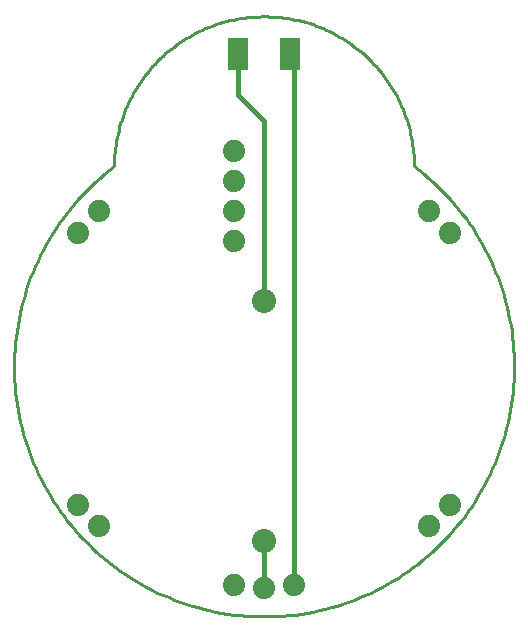
<source format=gbl>
G75*
%MOIN*%
%OFA0B0*%
%FSLAX25Y25*%
%IPPOS*%
%LPD*%
%AMOC8*
5,1,8,0,0,1.08239X$1,22.5*
%
%ADD10C,0.01000*%
%ADD11C,0.08000*%
%ADD12C,0.07400*%
%ADD13R,0.07087X0.10630*%
%ADD14C,0.01600*%
D10*
X0046800Y0151499D02*
X0045183Y0150255D01*
X0043596Y0148971D01*
X0042041Y0147649D01*
X0040519Y0146289D01*
X0039031Y0144893D01*
X0037578Y0143460D01*
X0036160Y0141992D01*
X0034778Y0140490D01*
X0033434Y0138955D01*
X0032128Y0137387D01*
X0030860Y0135787D01*
X0029632Y0134157D01*
X0028444Y0132497D01*
X0027298Y0130809D01*
X0026193Y0129093D01*
X0025130Y0127351D01*
X0024110Y0125583D01*
X0023134Y0123791D01*
X0022202Y0121975D01*
X0021315Y0120137D01*
X0020473Y0118278D01*
X0019677Y0116399D01*
X0018927Y0114501D01*
X0018224Y0112585D01*
X0017568Y0110652D01*
X0016959Y0108704D01*
X0016399Y0106742D01*
X0015886Y0104766D01*
X0015422Y0102779D01*
X0015007Y0100781D01*
X0014641Y0098773D01*
X0014324Y0096757D01*
X0014057Y0094734D01*
X0013840Y0092704D01*
X0013672Y0090670D01*
X0013554Y0088633D01*
X0013486Y0086593D01*
X0013467Y0084552D01*
X0013499Y0082512D01*
X0013581Y0080473D01*
X0013713Y0078436D01*
X0013894Y0076403D01*
X0014126Y0074376D01*
X0014407Y0072354D01*
X0014737Y0070340D01*
X0015116Y0068335D01*
X0015545Y0066339D01*
X0016022Y0064355D01*
X0016548Y0062383D01*
X0017122Y0060425D01*
X0017743Y0058481D01*
X0018412Y0056553D01*
X0019128Y0054642D01*
X0019891Y0052749D01*
X0020700Y0050875D01*
X0021554Y0049021D01*
X0022454Y0047189D01*
X0023398Y0045380D01*
X0024386Y0043594D01*
X0025418Y0041833D01*
X0026492Y0040098D01*
X0027609Y0038390D01*
X0028767Y0036710D01*
X0029966Y0035058D01*
X0031205Y0033436D01*
X0032483Y0031845D01*
X0033800Y0030286D01*
X0035155Y0028760D01*
X0036546Y0027267D01*
X0037974Y0025809D01*
X0039437Y0024386D01*
X0040934Y0022999D01*
X0042465Y0021650D01*
X0044029Y0020338D01*
X0045624Y0019065D01*
X0047250Y0017831D01*
X0048906Y0016638D01*
X0050590Y0015486D01*
X0052302Y0014375D01*
X0054041Y0013306D01*
X0055805Y0012281D01*
X0057594Y0011299D01*
X0059407Y0010361D01*
X0061242Y0009467D01*
X0063098Y0008619D01*
X0064975Y0007817D01*
X0066870Y0007060D01*
X0068784Y0006351D01*
X0070714Y0005688D01*
X0072660Y0005073D01*
X0074620Y0004506D01*
X0076594Y0003987D01*
X0078580Y0003516D01*
X0080577Y0003094D01*
X0082583Y0002722D01*
X0084599Y0002398D01*
X0086621Y0002124D01*
X0088649Y0001900D01*
X0090683Y0001725D01*
X0092720Y0001600D01*
X0094759Y0001525D01*
X0096800Y0001500D01*
X0098841Y0001525D01*
X0100880Y0001600D01*
X0102917Y0001725D01*
X0104951Y0001900D01*
X0106979Y0002124D01*
X0109001Y0002398D01*
X0111017Y0002722D01*
X0113023Y0003094D01*
X0115020Y0003516D01*
X0117006Y0003987D01*
X0118980Y0004506D01*
X0120940Y0005073D01*
X0122886Y0005688D01*
X0124816Y0006351D01*
X0126730Y0007060D01*
X0128625Y0007817D01*
X0130502Y0008619D01*
X0132358Y0009467D01*
X0134193Y0010361D01*
X0136006Y0011299D01*
X0137795Y0012281D01*
X0139559Y0013306D01*
X0141298Y0014375D01*
X0143010Y0015486D01*
X0144694Y0016638D01*
X0146350Y0017831D01*
X0147976Y0019065D01*
X0149571Y0020338D01*
X0151135Y0021650D01*
X0152666Y0022999D01*
X0154163Y0024386D01*
X0155626Y0025809D01*
X0157054Y0027267D01*
X0158445Y0028760D01*
X0159800Y0030286D01*
X0161117Y0031845D01*
X0162395Y0033436D01*
X0163634Y0035058D01*
X0164833Y0036710D01*
X0165991Y0038390D01*
X0167108Y0040098D01*
X0168182Y0041833D01*
X0169214Y0043594D01*
X0170202Y0045380D01*
X0171146Y0047189D01*
X0172046Y0049021D01*
X0172900Y0050875D01*
X0173709Y0052749D01*
X0174472Y0054642D01*
X0175188Y0056553D01*
X0175857Y0058481D01*
X0176478Y0060425D01*
X0177052Y0062383D01*
X0177578Y0064355D01*
X0178055Y0066339D01*
X0178484Y0068335D01*
X0178863Y0070340D01*
X0179193Y0072354D01*
X0179474Y0074376D01*
X0179706Y0076403D01*
X0179887Y0078436D01*
X0180019Y0080473D01*
X0180101Y0082512D01*
X0180133Y0084552D01*
X0180114Y0086593D01*
X0180046Y0088633D01*
X0179928Y0090670D01*
X0179760Y0092704D01*
X0179543Y0094734D01*
X0179276Y0096757D01*
X0178959Y0098773D01*
X0178593Y0100781D01*
X0178178Y0102779D01*
X0177714Y0104766D01*
X0177201Y0106742D01*
X0176641Y0108704D01*
X0176032Y0110652D01*
X0175376Y0112585D01*
X0174673Y0114501D01*
X0173923Y0116399D01*
X0173127Y0118278D01*
X0172285Y0120137D01*
X0171398Y0121975D01*
X0170466Y0123791D01*
X0169490Y0125583D01*
X0168470Y0127351D01*
X0167407Y0129093D01*
X0166302Y0130809D01*
X0165156Y0132497D01*
X0163968Y0134157D01*
X0162740Y0135787D01*
X0161472Y0137387D01*
X0160166Y0138955D01*
X0158822Y0140490D01*
X0157440Y0141992D01*
X0156022Y0143460D01*
X0154569Y0144893D01*
X0153081Y0146289D01*
X0151559Y0147649D01*
X0150004Y0148971D01*
X0148417Y0150255D01*
X0146800Y0151499D01*
X0146800Y0151500D02*
X0146785Y0152718D01*
X0146741Y0153934D01*
X0146667Y0155150D01*
X0146563Y0156363D01*
X0146430Y0157573D01*
X0146267Y0158780D01*
X0146075Y0159982D01*
X0145854Y0161180D01*
X0145604Y0162372D01*
X0145325Y0163557D01*
X0145017Y0164735D01*
X0144680Y0165905D01*
X0144315Y0167067D01*
X0143922Y0168219D01*
X0143501Y0169362D01*
X0143052Y0170493D01*
X0142576Y0171614D01*
X0142072Y0172723D01*
X0141542Y0173819D01*
X0140985Y0174902D01*
X0140402Y0175971D01*
X0139794Y0177025D01*
X0139159Y0178065D01*
X0138500Y0179088D01*
X0137816Y0180096D01*
X0137107Y0181086D01*
X0136375Y0182059D01*
X0135619Y0183013D01*
X0134840Y0183949D01*
X0134039Y0184866D01*
X0133215Y0185763D01*
X0132370Y0186639D01*
X0131504Y0187495D01*
X0130617Y0188330D01*
X0129710Y0189142D01*
X0128784Y0189932D01*
X0127838Y0190700D01*
X0126875Y0191444D01*
X0125893Y0192164D01*
X0124894Y0192861D01*
X0123879Y0193533D01*
X0122847Y0194180D01*
X0121800Y0194801D01*
X0120738Y0195397D01*
X0119662Y0195967D01*
X0118573Y0196511D01*
X0117470Y0197027D01*
X0116355Y0197517D01*
X0115229Y0197980D01*
X0114092Y0198415D01*
X0112944Y0198822D01*
X0111787Y0199201D01*
X0110621Y0199552D01*
X0109447Y0199874D01*
X0108265Y0200168D01*
X0107076Y0200433D01*
X0105882Y0200668D01*
X0104682Y0200875D01*
X0103477Y0201052D01*
X0102269Y0201200D01*
X0101057Y0201318D01*
X0099842Y0201407D01*
X0098626Y0201467D01*
X0097409Y0201496D01*
X0096191Y0201496D01*
X0094974Y0201467D01*
X0093758Y0201407D01*
X0092543Y0201318D01*
X0091331Y0201200D01*
X0090123Y0201052D01*
X0088918Y0200875D01*
X0087718Y0200668D01*
X0086524Y0200433D01*
X0085335Y0200168D01*
X0084153Y0199874D01*
X0082979Y0199552D01*
X0081813Y0199201D01*
X0080656Y0198822D01*
X0079508Y0198415D01*
X0078371Y0197980D01*
X0077245Y0197517D01*
X0076130Y0197027D01*
X0075027Y0196511D01*
X0073938Y0195967D01*
X0072862Y0195397D01*
X0071800Y0194801D01*
X0070753Y0194180D01*
X0069721Y0193533D01*
X0068706Y0192861D01*
X0067707Y0192164D01*
X0066725Y0191444D01*
X0065762Y0190700D01*
X0064816Y0189932D01*
X0063890Y0189142D01*
X0062983Y0188330D01*
X0062096Y0187495D01*
X0061230Y0186639D01*
X0060385Y0185763D01*
X0059561Y0184866D01*
X0058760Y0183949D01*
X0057981Y0183013D01*
X0057225Y0182059D01*
X0056493Y0181086D01*
X0055784Y0180096D01*
X0055100Y0179088D01*
X0054441Y0178065D01*
X0053806Y0177025D01*
X0053198Y0175971D01*
X0052615Y0174902D01*
X0052058Y0173819D01*
X0051528Y0172723D01*
X0051024Y0171614D01*
X0050548Y0170493D01*
X0050099Y0169362D01*
X0049678Y0168219D01*
X0049285Y0167067D01*
X0048920Y0165905D01*
X0048583Y0164735D01*
X0048275Y0163557D01*
X0047996Y0162372D01*
X0047746Y0161180D01*
X0047525Y0159982D01*
X0047333Y0158780D01*
X0047170Y0157573D01*
X0047037Y0156363D01*
X0046933Y0155150D01*
X0046859Y0153934D01*
X0046815Y0152718D01*
X0046800Y0151500D01*
D11*
X0096800Y0106500D03*
X0096800Y0026500D03*
D12*
X0034729Y0038571D03*
X0041800Y0031500D03*
X0086800Y0012000D03*
X0096800Y0011000D03*
X0106800Y0012000D03*
X0151800Y0031500D03*
X0158871Y0038571D03*
X0086800Y0126500D03*
X0086800Y0136500D03*
X0086800Y0146500D03*
X0086800Y0156500D03*
X0041800Y0136500D03*
X0034729Y0129429D03*
X0151800Y0136500D03*
X0158871Y0129429D03*
D13*
X0105461Y0189000D03*
X0088139Y0189000D03*
D14*
X0088139Y0175161D01*
X0096800Y0166500D01*
X0096800Y0106500D01*
X0096800Y0026500D02*
X0096800Y0011000D01*
X0106800Y0012000D02*
X0106800Y0187661D01*
X0105461Y0189000D01*
M02*

</source>
